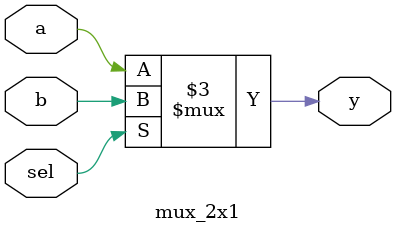
<source format=v>
module mux_2x1(input a,b,sel,output reg y);
	always @(*)begin
		if(sel)	
		  y=b;
	else
		  y=a;
	end 
endmodule

</source>
